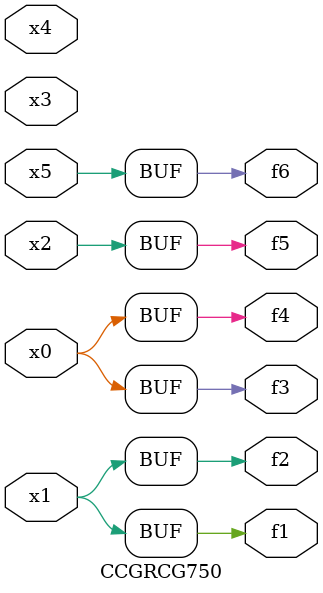
<source format=v>
module CCGRCG750(
	input x0, x1, x2, x3, x4, x5,
	output f1, f2, f3, f4, f5, f6
);
	assign f1 = x1;
	assign f2 = x1;
	assign f3 = x0;
	assign f4 = x0;
	assign f5 = x2;
	assign f6 = x5;
endmodule

</source>
